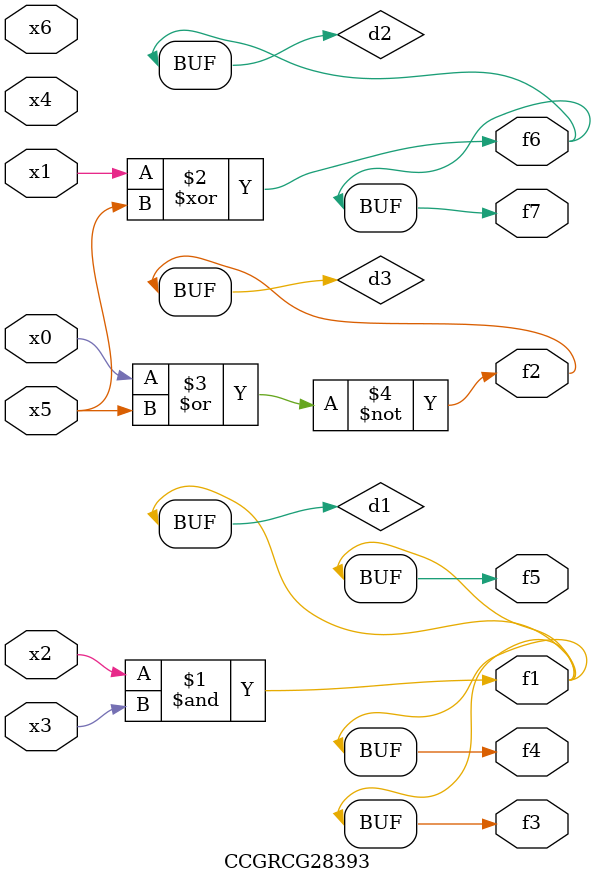
<source format=v>
module CCGRCG28393(
	input x0, x1, x2, x3, x4, x5, x6,
	output f1, f2, f3, f4, f5, f6, f7
);

	wire d1, d2, d3;

	and (d1, x2, x3);
	xor (d2, x1, x5);
	nor (d3, x0, x5);
	assign f1 = d1;
	assign f2 = d3;
	assign f3 = d1;
	assign f4 = d1;
	assign f5 = d1;
	assign f6 = d2;
	assign f7 = d2;
endmodule

</source>
